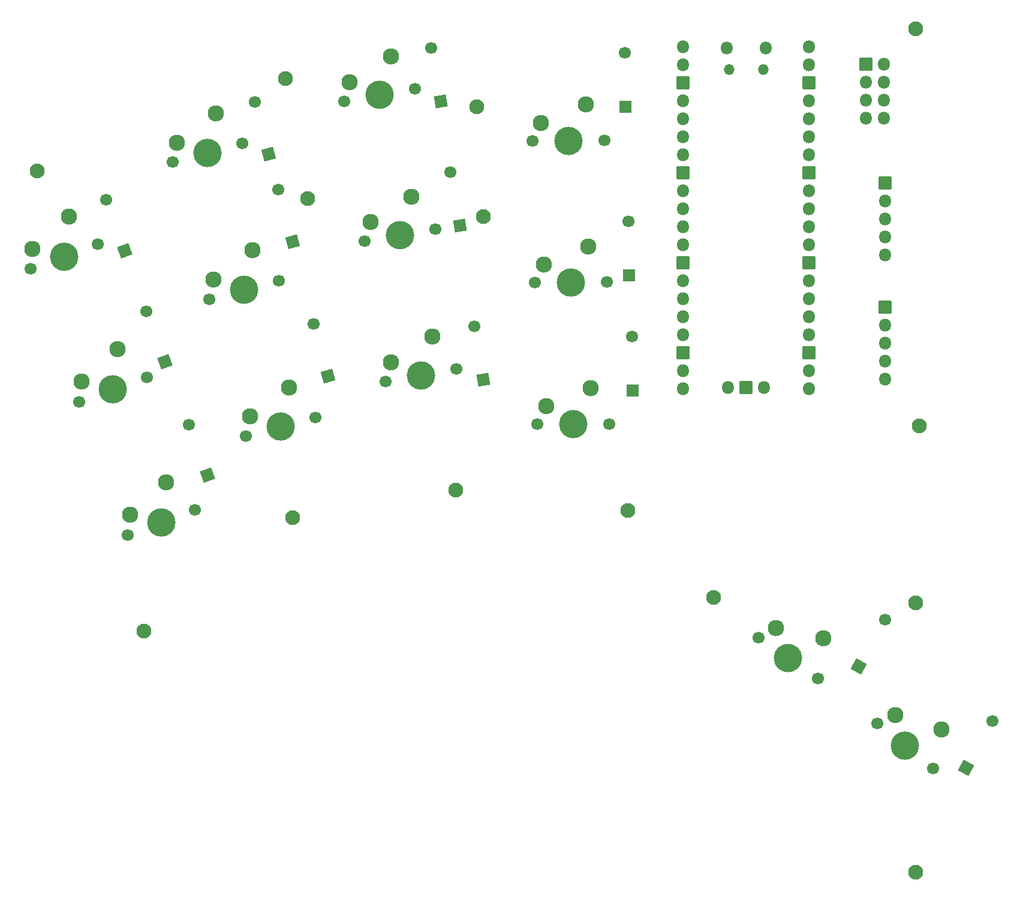
<source format=gbr>
G04 %TF.GenerationSoftware,KiCad,Pcbnew,7.0.2@% jlc*
G04 %TF.CreationDate,2023-06-04T21:40:23+09:00@% jlc*
G04 %TF.ProjectId,architeuthis_dux,61726368-6974-4657-9574-6869735f6475,v1.0.0@% jlc*
G04 %TF.SameCoordinates,Original@% jlc*
G04 %TF.FileFunction,Soldermask,Bot@% jlc*
G04 %TF.FilePolarity,Negative@% jlc*
%FSLAX46Y46*%
G04 Gerber Fmt 4.6, Leading zero omitted, Abs format (unit mm)*
G04 Created by KiCad (PCBNEW 7.0.2) date 2023-06-04 21:40:23*
%MOMM*%
%LPD*%
G01*
G04 APERTURE LIST*
G04 Aperture macros list*
%AMRoundRect*
0 Rectangle with rounded corners*
0 $1 Rounding radius*
0 $2 $3 $4 $5 $6 $7 $8 $9 X,Y pos of 4 corners*
0 Add a 4 corners polygon primitive as box body*
4,1,4,$2,$3,$4,$5,$6,$7,$8,$9,$2,$3,0*
0 Add four circle primitives for the rounded corners*
1,1,$1+$1,$2,$3*
1,1,$1+$1,$4,$5*
1,1,$1+$1,$6,$7*
1,1,$1+$1,$8,$9*
0 Add four rect primitives between the rounded corners*
20,1,$1+$1,$2,$3,$4,$5,0*
20,1,$1+$1,$4,$5,$6,$7,0*
20,1,$1+$1,$6,$7,$8,$9,0*
20,1,$1+$1,$8,$9,$2,$3,0*%
%AMHorizOval*
0 Thick line with rounded ends*
0 $1 width*
0 $2 $3 position (X,Y) of the first rounded end (center of the circle)*
0 $4 $5 position (X,Y) of the second rounded end (center of the circle)*
0 Add line between two ends*
20,1,$1,$2,$3,$4,$5,0*
0 Add two circle primitives to create the rounded ends*
1,1,$1,$2,$3*
1,1,$1,$4,$5*%
G04 Aperture macros list end*
%ADD10C,2.100000*%
%ADD11C,1.700000*%
%ADD12C,4.000000*%
%ADD13C,2.300000*%
%ADD14RoundRect,0.050000X-0.850000X-0.850000X0.850000X-0.850000X0.850000X0.850000X-0.850000X0.850000X0*%
%ADD15O,1.800000X1.800000*%
%ADD16O,1.500000X1.500000*%
%ADD17RoundRect,0.050000X0.926765X-0.648928X0.648928X0.926765X-0.926765X0.648928X-0.648928X-0.926765X0*%
%ADD18HorizOval,1.700000X0.000000X0.000000X0.000000X0.000000X0*%
%ADD19RoundRect,0.050000X0.806258X-0.793692X0.793692X0.806258X-0.806258X0.793692X-0.793692X-0.806258X0*%
%ADD20HorizOval,1.700000X0.000000X0.000000X0.000000X0.000000X0*%
%ADD21RoundRect,0.050000X1.025370X-0.478138X0.478138X1.025370X-1.025370X0.478138X-0.478138X-1.025370X0*%
%ADD22HorizOval,1.700000X0.000000X0.000000X0.000000X0.000000X0*%
%ADD23RoundRect,0.050000X0.979796X-0.565685X0.565685X0.979796X-0.979796X0.565685X-0.565685X-0.979796X0*%
%ADD24HorizOval,1.700000X0.000000X0.000000X0.000000X0.000000X0*%
%ADD25RoundRect,0.050000X0.307100X-1.088894X1.088894X0.307100X-0.307100X1.088894X-1.088894X-0.307100X0*%
%ADD26HorizOval,1.700000X0.000000X0.000000X0.000000X0.000000X0*%
G04 APERTURE END LIST*
D10*
G04 %TO.C,REF\u002A\u002A@% jlc*
X197000000Y-65500000D03*
G04 %TD@% jlc*
G04 %TO.C,REF\u002A\u002A@% jlc*
X217322506Y-106929664D03*
G04 %TD@% jlc*
G04 %TO.C,REF\u002A\u002A@% jlc*
X193036201Y-104096261D03*
G04 %TD@% jlc*
G04 %TO.C,REF\u002A\u002A@% jlc*
X172140484Y-62922299D03*
G04 %TD@% jlc*
D11*
G04 %TO.C,SW01@% jlc*
X133007005Y-72857462D03*
D12*
X137780643Y-71120000D03*
D11*
X142554282Y-69382537D03*
D13*
X138430000Y-65477630D03*
X133331683Y-70036277D03*
G04 %TD@% jlc*
D11*
G04 %TO.C,SW3@% jlc*
X177280975Y-49193388D03*
D12*
X182283798Y-48311256D03*
D11*
X187286621Y-47429123D03*
D13*
X183903077Y-42867366D03*
X178090614Y-46471444D03*
G04 %TD@% jlc*
D10*
G04 %TO.C,REF\u002A\u002A@% jlc*
X196000000Y-50000000D03*
G04 %TD@% jlc*
D11*
G04 %TO.C,SW14@% jlc*
X252543483Y-136983999D03*
D12*
X256483002Y-140191271D03*
D11*
X260422520Y-143398543D03*
D13*
X261660033Y-137855389D03*
X255131999Y-135816058D03*
G04 %TD@% jlc*
D11*
G04 %TO.C,SW13@% jlc*
X235800931Y-124910502D03*
D12*
X240000007Y-127769551D03*
D11*
X244199083Y-130628600D03*
D13*
X244958594Y-125000000D03*
X238280225Y-123525727D03*
G04 %TD@% jlc*
D11*
G04 %TO.C,SW10@% jlc*
X163466170Y-96446826D03*
D12*
X168373073Y-95132026D03*
D11*
X173279976Y-93817225D03*
D13*
X169511724Y-89567722D03*
X164035495Y-93664675D03*
G04 %TD@% jlc*
D10*
G04 %TO.C,REF\u002A\u002A@% jlc*
X258000000Y-39000000D03*
G04 %TD@% jlc*
D14*
G04 %TO.C,J2@% jlc*
X253700000Y-60760000D03*
D15*
X253700000Y-63300000D03*
X253700000Y-65840000D03*
X253700000Y-68380000D03*
X253700000Y-70920000D03*
G04 %TD@% jlc*
D10*
G04 %TO.C,REF@% jlc*
X258500000Y-95000000D03*
G04 %TD@% jlc*
D11*
G04 %TO.C,SW5@% jlc*
X139884595Y-91597831D03*
D12*
X144658233Y-89860369D03*
D11*
X149431872Y-88122906D03*
D13*
X145307590Y-84217999D03*
X140209273Y-88776646D03*
G04 %TD@% jlc*
D11*
G04 %TO.C,SW12@% jlc*
X204574150Y-94806902D03*
D12*
X209653993Y-94767004D03*
D11*
X214733836Y-94727106D03*
D13*
X212154017Y-89667212D03*
X205824162Y-92257006D03*
G04 %TD@% jlc*
D11*
G04 %TO.C,SW9@% jlc*
X146724998Y-110391683D03*
D12*
X151498636Y-108654221D03*
D11*
X156272275Y-106916758D03*
D13*
X152147993Y-103011851D03*
X147049676Y-107570498D03*
G04 %TD@% jlc*
D10*
G04 %TO.C,REF\u002A\u002A@% jlc*
X229465658Y-119275202D03*
G04 %TD@% jlc*
G04 %TO.C,REF\u002A\u002A@% jlc*
X258000000Y-158000000D03*
G04 %TD@% jlc*
D15*
G04 %TO.C,U1@% jlc*
X231348000Y-41674000D03*
D16*
X231648000Y-44704000D03*
X236498000Y-44704000D03*
D15*
X236798000Y-41674000D03*
X225183000Y-41544000D03*
X225183000Y-44084000D03*
D14*
X225183000Y-46624000D03*
D15*
X225183000Y-49164000D03*
X225183000Y-51704000D03*
X225183000Y-54244000D03*
X225183000Y-56784000D03*
D14*
X225183000Y-59324000D03*
D15*
X225183000Y-61864000D03*
X225183000Y-64404000D03*
X225183000Y-66944000D03*
X225183000Y-69484000D03*
D14*
X225183000Y-72024000D03*
D15*
X225183000Y-74564000D03*
X225183000Y-77104000D03*
X225183000Y-79644000D03*
X225183000Y-82184000D03*
D14*
X225183000Y-84724000D03*
D15*
X225183000Y-87264000D03*
X225183000Y-89804000D03*
X242963000Y-89804000D03*
X242963000Y-87264000D03*
D14*
X242963000Y-84724000D03*
D15*
X242963000Y-82184000D03*
X242963000Y-79644000D03*
X242963000Y-77104000D03*
X242963000Y-74564000D03*
D14*
X242963000Y-72024000D03*
D15*
X242963000Y-69484000D03*
X242963000Y-66944000D03*
X242963000Y-64404000D03*
X242963000Y-61864000D03*
D14*
X242963000Y-59324000D03*
D15*
X242963000Y-56784000D03*
X242963000Y-54244000D03*
X242963000Y-51704000D03*
X242963000Y-49164000D03*
D14*
X242963000Y-46624000D03*
D15*
X242963000Y-44084000D03*
X242963000Y-41544000D03*
X231533000Y-89574000D03*
D14*
X234073000Y-89574000D03*
D15*
X236613000Y-89574000D03*
G04 %TD@% jlc*
D14*
G04 %TO.C,J1@% jlc*
X251000000Y-44000000D03*
D15*
X253540000Y-44000000D03*
X251000000Y-46540000D03*
X253540000Y-46540000D03*
X251000000Y-49080000D03*
X253540000Y-49080000D03*
X251000000Y-51620000D03*
X253540000Y-51620000D03*
G04 %TD@% jlc*
D10*
G04 %TO.C,REF\u002A\u002A@% jlc*
X169000000Y-46000000D03*
G04 %TD@% jlc*
D11*
G04 %TO.C,SW2@% jlc*
X153113408Y-57809794D03*
D12*
X158020311Y-56494994D03*
D11*
X162927214Y-55180193D03*
D13*
X159158962Y-50930690D03*
X153682733Y-55027643D03*
G04 %TD@% jlc*
D10*
G04 %TO.C,REF\u002A\u002A@% jlc*
X149000000Y-124000000D03*
G04 %TD@% jlc*
D11*
G04 %TO.C,SW4@% jlc*
X203876054Y-54812994D03*
D12*
X208955897Y-54773096D03*
D11*
X214035740Y-54733198D03*
D13*
X211455921Y-49673304D03*
X205126066Y-52263098D03*
G04 %TD@% jlc*
D11*
G04 %TO.C,SW6@% jlc*
X158289789Y-77128309D03*
D12*
X163196692Y-75813509D03*
D11*
X168103595Y-74498708D03*
D13*
X164335343Y-70249205D03*
X158859114Y-74346158D03*
G04 %TD@% jlc*
D10*
G04 %TO.C,REF\u002A\u002A@% jlc*
X134000000Y-59000000D03*
G04 %TD@% jlc*
G04 %TO.C,REF\u002A\u002A@% jlc*
X170065404Y-107941593D03*
G04 %TD@% jlc*
G04 %TO.C,REF\u002A\u002A@% jlc*
X258000000Y-120000000D03*
G04 %TD@% jlc*
D11*
G04 %TO.C,SW8@% jlc*
X204225102Y-74809948D03*
D12*
X209304945Y-74770050D03*
D11*
X214384788Y-74730152D03*
D13*
X211804969Y-69670258D03*
X205475114Y-72260052D03*
G04 %TD@% jlc*
D11*
G04 %TO.C,SW7@% jlc*
X180212127Y-68978442D03*
D12*
X185214950Y-68096310D03*
D11*
X190217773Y-67214177D03*
D13*
X186834229Y-62652420D03*
X181021766Y-66256498D03*
G04 %TD@% jlc*
D14*
G04 %TO.C,J3@% jlc*
X253700000Y-78300000D03*
D15*
X253700000Y-80840000D03*
X253700000Y-83380000D03*
X253700000Y-85920000D03*
X253700000Y-88460000D03*
G04 %TD@% jlc*
D13*
G04 %TO.C,SW11@% jlc*
X183952917Y-86041551D03*
X189765380Y-82437473D03*
D11*
X193148924Y-86999230D03*
D12*
X188146101Y-87881363D03*
D11*
X183143278Y-88763495D03*
G04 %TD@% jlc*
D17*
G04 %TO.C,D3@% jlc*
X190923199Y-49204235D03*
D18*
X189600000Y-41700000D03*
G04 %TD@% jlc*
D17*
G04 %TO.C,D7@% jlc*
X193661600Y-66752118D03*
D18*
X192338401Y-59247883D03*
G04 %TD@% jlc*
D19*
G04 %TO.C,D8@% jlc*
X217493633Y-73809883D03*
D20*
X217433786Y-66190118D03*
G04 %TD@% jlc*
D21*
G04 %TO.C,D9@% jlc*
X158000000Y-102000000D03*
D22*
X155393807Y-94839542D03*
G04 %TD@% jlc*
D19*
G04 %TO.C,D12@% jlc*
X218000000Y-90000000D03*
D20*
X217940153Y-82380235D03*
G04 %TD@% jlc*
D19*
G04 %TO.C,D4@% jlc*
X217000000Y-50000000D03*
D20*
X216940153Y-42380235D03*
G04 %TD@% jlc*
D21*
G04 %TO.C,D5@% jlc*
X152000000Y-86000000D03*
D22*
X149393807Y-78839542D03*
G04 %TD@% jlc*
D23*
G04 %TO.C,D6@% jlc*
X170000000Y-69000000D03*
D24*
X168027799Y-61639645D03*
G04 %TD@% jlc*
D23*
G04 %TO.C,D2@% jlc*
X166672201Y-56660355D03*
D24*
X164700000Y-49300000D03*
G04 %TD@% jlc*
D25*
G04 %TO.C,D14@% jlc*
X265138353Y-143324210D03*
D26*
X268861647Y-136675790D03*
G04 %TD@% jlc*
D21*
G04 %TO.C,D1@% jlc*
X146306193Y-70260458D03*
D22*
X143700000Y-63100000D03*
G04 %TD@% jlc*
D23*
G04 %TO.C,D10@% jlc*
X175000000Y-88000000D03*
D24*
X173027799Y-80639645D03*
G04 %TD@% jlc*
D17*
G04 %TO.C,D11@% jlc*
X197000000Y-88504235D03*
D18*
X195676801Y-81000000D03*
G04 %TD@% jlc*
D25*
G04 %TO.C,D13@% jlc*
X250000000Y-129000000D03*
D26*
X253723294Y-122351580D03*
G04 %TD@% jlc*
M02*

</source>
